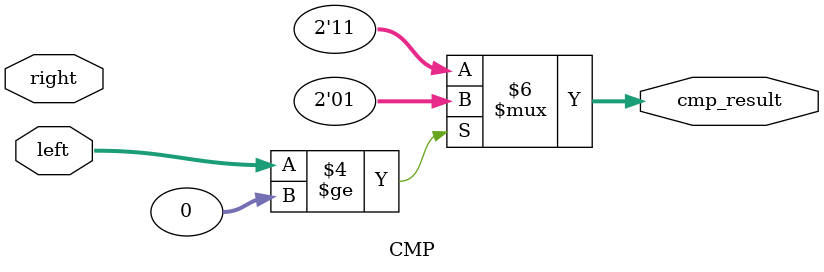
<source format=v>
`timescale 1ns / 1ps
module CMP(
    input [31:0] left,
    input [31:0] right,
	 output reg [1:0]cmp_result
    );
	 always @(*) begin 
        if (left == right) cmp_result = 2'b01;
		  if (left ==  0) cmp_result = 2'b10;
		  if (left >= 0) cmp_result = 2'b1;
		  else  cmp_result = 2'b11;
	 end

endmodule

</source>
